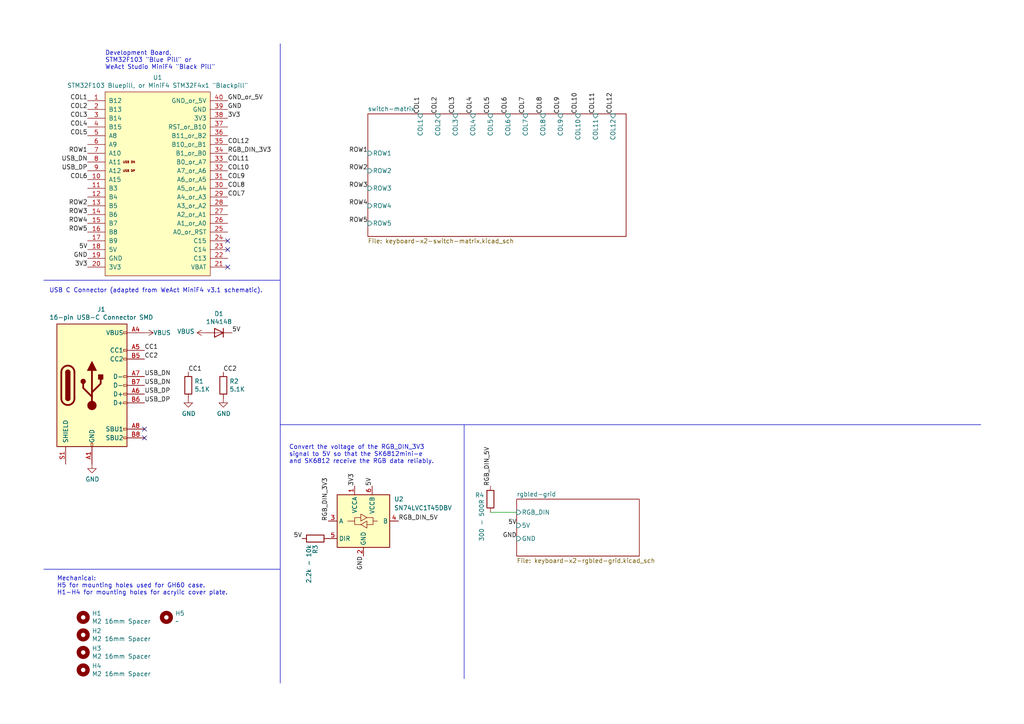
<source format=kicad_sch>
(kicad_sch (version 20250114) (generator "eeschema") (generator_version "9.0")
  (paper "A4")
  (title_block (title "X-2, ARM-Devboard variant of peej's Lumberjack, Fancy") (date "2022-07-02") (rev "2022.1") (company "Richard Goulter (github.com/rgoulter)") (comment 1 "Feature: 4x WS2812B RGB LEDs.") (comment 2 "Feature: an External USB-C connector.") (comment 3 "Uses pads common to both the Bluepill devboard and the WeAct MiniF4.") (comment 4 "Keyboard PCB; 12x5 matrix."))
  (lib_symbols
    (symbol "Connector:USB_C_Receptacle_USB2.0" (pin_names (offset 1.016))
      (property "Reference" "J" (at -10.16 19.05 0))
      (property "Value" "USB_C_Receptacle_USB2.0" (at 19.05 19.05 0))
      (symbol "USB_C_Receptacle_USB2.0_0_0"
        (rectangle (start -0.254 -17.78) (end 0.254 -16.764))
        (rectangle (start 10.16 15.494) (end 9.144 14.986))
        (rectangle (start 10.16 10.414) (end 9.144 9.906))
        (rectangle (start 10.16 7.874) (end 9.144 7.366))
        (rectangle (start 10.16 2.794) (end 9.144 2.286))
        (rectangle (start 10.16 0.254) (end 9.144 -0.254))
        (rectangle (start 10.16 -2.286) (end 9.144 -2.794))
        (rectangle (start 10.16 -4.826) (end 9.144 -5.334))
        (rectangle (start 10.16 -12.446) (end 9.144 -12.954))
        (rectangle (start 10.16 -14.986) (end 9.144 -15.494))
      )
      (symbol "USB_C_Receptacle_USB2.0_0_1"
        (rectangle (start -10.16 17.78) (end 10.16 -17.78) (stroke (width 0.254)) (fill (type background)))
        (polyline (pts (xy -8.89 -3.81) (xy -8.89 3.81)) (stroke (width 0.508)))
        (rectangle (start -7.62 -3.81) (end -6.35 3.81) (stroke (width 0.254)) (fill (type outline)))
        (arc (start -7.62 3.81) (mid -6.985 4.4423) (end -6.35 3.81) (stroke (width 0.254)))
        (arc (start -7.62 3.81) (mid -6.985 4.4423) (end -6.35 3.81) (stroke (width 0.254)) (fill (type outline)))
        (arc (start -8.89 3.81) (mid -6.985 5.7067) (end -5.08 3.81) (stroke (width 0.508)))
        (arc (start -5.08 -3.81) (mid -6.985 -5.7067) (end -8.89 -3.81) (stroke (width 0.508)))
        (arc (start -6.35 -3.81) (mid -6.985 -4.4423) (end -7.62 -3.81) (stroke (width 0.254)))
        (arc (start -6.35 -3.81) (mid -6.985 -4.4423) (end -7.62 -3.81) (stroke (width 0.254)) (fill (type outline)))
        (polyline (pts (xy -5.08 3.81) (xy -5.08 -3.81)) (stroke (width 0.508)))
        (circle (center -2.54 1.143) (radius 0.635) (stroke (width 0.254)) (fill (type outline)))
        (polyline (pts (xy -1.27 4.318) (xy 0 6.858) (xy 1.27 4.318) (xy -1.27 4.318)) (stroke (width 0.254)) (fill (type outline)))
        (polyline (pts (xy 0 -2.032) (xy 2.54 0.508) (xy 2.54 1.778)) (stroke (width 0.508)))
        (polyline (pts (xy 0 -3.302) (xy -2.54 -0.762) (xy -2.54 0.508)) (stroke (width 0.508)))
        (polyline (pts (xy 0 -5.842) (xy 0 4.318)) (stroke (width 0.508)))
        (circle (center 0 -5.842) (radius 1.27) (fill (type outline)))
        (rectangle (start 1.905 1.778) (end 3.175 3.048) (stroke (width 0.254)) (fill (type outline)))
      )
      (symbol "USB_C_Receptacle_USB2.0_1_1"
        (pin passive line (at -7.62 -22.86 90) (length 5.08) (name "SHIELD") (number "S1"))
        (pin passive line (at 0 -22.86 90) (length 5.08) (name "GND") (number "A1"))
        (pin passive line (at 0 -22.86 90) (length 5.08) (hide yes) (name "GND") (number "A12"))
        (pin passive line (at 0 -22.86 90) (length 5.08) (hide yes) (name "GND") (number "B1"))
        (pin passive line (at 0 -22.86 90) (length 5.08) (hide yes) (name "GND") (number "B12"))
        (pin passive line (at 15.24 15.24 180) (length 5.08) (name "VBUS") (number "A4"))
        (pin passive line (at 15.24 15.24 180) (length 5.08) (hide yes) (name "VBUS") (number "A9"))
        (pin passive line (at 15.24 15.24 180) (length 5.08) (hide yes) (name "VBUS") (number "B4"))
        (pin passive line (at 15.24 15.24 180) (length 5.08) (hide yes) (name "VBUS") (number "B9"))
        (pin bidirectional line (at 15.24 10.16 180) (length 5.08) (name "CC1") (number "A5"))
        (pin bidirectional line (at 15.24 7.62 180) (length 5.08) (name "CC2") (number "B5"))
        (pin bidirectional line (at 15.24 2.54 180) (length 5.08) (name "D-") (number "A7"))
        (pin bidirectional line (at 15.24 0 180) (length 5.08) (name "D-") (number "B7"))
        (pin bidirectional line (at 15.24 -2.54 180) (length 5.08) (name "D+") (number "A6"))
        (pin bidirectional line (at 15.24 -5.08 180) (length 5.08) (name "D+") (number "B6"))
        (pin bidirectional line (at 15.24 -12.7 180) (length 5.08) (name "SBU1") (number "A8"))
        (pin bidirectional line (at 15.24 -15.24 180) (length 5.08) (name "SBU2") (number "B8"))
      )
    )
    (symbol "Device:D" (pin_numbers (hide yes)) (pin_names (offset 1.016) (hide yes))
      (property "Reference" "D" (at 0 2.54 0))
      (property "Value" "D" (at 0 -2.54 0))
      (symbol "D_0_1"
        (polyline (pts (xy -1.27 1.27) (xy -1.27 -1.27)) (stroke (width 0.254)))
        (polyline (pts (xy 1.27 1.27) (xy 1.27 -1.27) (xy -1.27 0) (xy 1.27 1.27)) (stroke (width 0.254)))
        (polyline (pts (xy 1.27 0) (xy -1.27 0)))
      )
      (symbol "D_1_1"
        (pin passive line (at -3.81 0 0) (length 2.54) (name "K") (number "1"))
        (pin passive line (at 3.81 0 180) (length 2.54) (name "A") (number "2"))
      )
    )
    (symbol "Device:R" (pin_numbers (hide yes)) (pin_names (offset 0))
      (property "Reference" "R" (at 2.032 0 90))
      (property "Value" "R" (at 0 0 90))
      (symbol "R_0_1"
        (rectangle (start -1.016 -2.54) (end 1.016 2.54) (stroke (width 0.254)))
      )
      (symbol "R_1_1"
        (pin passive line (at 0 3.81 270) (length 1.27) (name "~") (number "1"))
        (pin passive line (at 0 -3.81 90) (length 1.27) (name "~") (number "2"))
      )
    )
    (symbol "Logic_LevelTranslator:SN74LVC1T45DBV"
      (property "Reference" "U" (at -6.35 8.89 0))
      (property "Value" "SN74LVC1T45DBV" (at 3.81 8.89 0))
      (symbol "SN74LVC1T45DBV_0_1"
        (rectangle (start -7.62 7.62) (end 7.62 -7.62) (stroke (width 0.254)) (fill (type background)))
        (polyline (pts (xy -2.54 0) (xy -2.54 1.016) (xy -0.762 1.016)))
        (polyline (pts (xy -0.762 0) (xy -0.762 2.032) (xy 1.016 1.016) (xy -0.762 0)))
        (polyline (pts (xy -0.762 -1.016) (xy -2.54 -1.016) (xy -2.54 0) (xy -4.572 0)))
        (polyline (pts (xy 1.016 1.016) (xy 2.794 1.016) (xy 2.794 0) (xy 4.064 0)))
        (polyline (pts (xy 1.016 0) (xy 1.016 -1.778) (xy 1.016 -2.032) (xy -0.762 -1.016) (xy 1.016 0)))
        (polyline (pts (xy 2.794 0) (xy 2.794 -1.016) (xy 1.016 -1.016)))
      )
      (symbol "SN74LVC1T45DBV_1_1"
        (pin bidirectional line (at -10.16 0 0) (length 2.54) (name "A") (number "3"))
        (pin input line (at -10.16 -5.08 0) (length 2.54) (name "DIR") (number "5"))
        (pin power_in line (at -2.54 10.16 270) (length 2.54) (name "VCCA") (number "1"))
        (pin power_in line (at 0 -10.16 90) (length 2.54) (name "GND") (number "2"))
        (pin power_in line (at 2.54 10.16 270) (length 2.54) (name "VCCB") (number "6"))
        (pin bidirectional line (at 10.16 0 180) (length 2.54) (name "B") (number "4"))
      )
    )
    (symbol "Mechanical:MountingHole" (pin_names (offset 1.016))
      (property "Reference" "H" (at 0 5.08 0))
      (property "Value" "MountingHole" (at 0 3.175 0))
      (symbol "MountingHole_0_1"
        (circle (center 0 0) (radius 1.27) (stroke (width 1.27)))
      )
    )
    (symbol "ProjectLocal:BluePill_or_MiniF4_DIP40" (pin_names (offset 1.016))
      (property "Reference" "U" (at -12.7 27.94 0))
      (property "Value" "BluePill_or_MiniF4_DIP40" (at -2.54 1.27 90))
      (symbol "BluePill_or_MiniF4_DIP40_0_0"
        (text "USB DN" (at -10.16 5.08 0) (effects (font (size 0.6096 0.6096)) (justify left)))
        (text "USB DP" (at -10.16 2.54 0) (effects (font (size 0.6096 0.6096)) (justify left)))
      )
      (symbol "BluePill_or_MiniF4_DIP40_0_1"
        (rectangle (start -15.24 25.4) (end 15.24 -27.94) (fill (type background)))
      )
      (symbol "BluePill_or_MiniF4_DIP40_1_1"
        (pin bidirectional line (at -20.32 22.86 0) (length 5.08) (name "B12") (number "1"))
        (pin bidirectional line (at -20.32 20.32 0) (length 5.08) (name "B13") (number "2"))
        (pin bidirectional line (at -20.32 17.78 0) (length 5.08) (name "B14") (number "3"))
        (pin bidirectional line (at -20.32 15.24 0) (length 5.08) (name "B15") (number "4"))
        (pin bidirectional line (at -20.32 12.7 0) (length 5.08) (name "A8") (number "5"))
        (pin bidirectional line (at -20.32 10.16 0) (length 5.08) (name "A9") (number "6"))
        (pin bidirectional line (at -20.32 7.62 0) (length 5.08) (name "A10") (number "7"))
        (pin bidirectional line (at -20.32 5.08 0) (length 5.08) (name "A11") (number "8"))
        (pin bidirectional line (at -20.32 2.54 0) (length 5.08) (name "A12") (number "9"))
        (pin bidirectional line (at -20.32 0 0) (length 5.08) (name "A15") (number "10"))
        (pin bidirectional line (at -20.32 -2.54 0) (length 5.08) (name "B3") (number "11"))
        (pin bidirectional line (at -20.32 -5.08 0) (length 5.08) (name "B4") (number "12"))
        (pin bidirectional line (at -20.32 -7.62 0) (length 5.08) (name "B5") (number "13"))
        (pin bidirectional line (at -20.32 -10.16 0) (length 5.08) (name "B6") (number "14"))
        (pin bidirectional line (at -20.32 -12.7 0) (length 5.08) (name "B7") (number "15"))
        (pin bidirectional line (at -20.32 -15.24 0) (length 5.08) (name "B8") (number "16"))
        (pin bidirectional line (at -20.32 -17.78 0) (length 5.08) (name "B9") (number "17"))
        (pin power_out line (at -20.32 -20.32 0) (length 5.08) (name "5V") (number "18"))
        (pin power_out line (at -20.32 -22.86 0) (length 5.08) (name "GND") (number "19"))
        (pin power_out line (at -20.32 -25.4 0) (length 5.08) (name "3V3") (number "20"))
        (pin power_out line (at 20.32 22.86 180) (length 5.08) (name "GND_or_5V") (number "40"))
        (pin power_out line (at 20.32 20.32 180) (length 5.08) (name "GND") (number "39"))
        (pin power_out line (at 20.32 17.78 180) (length 5.08) (name "3V3") (number "38"))
        (pin bidirectional line (at 20.32 15.24 180) (length 5.08) (name "RST_or_B10") (number "37"))
        (pin bidirectional line (at 20.32 12.7 180) (length 5.08) (name "B11_or_B2") (number "36"))
        (pin bidirectional line (at 20.32 10.16 180) (length 5.08) (name "B10_or_B1") (number "35"))
        (pin bidirectional line (at 20.32 7.62 180) (length 5.08) (name "B1_or_B0") (number "34"))
        (pin bidirectional line (at 20.32 5.08 180) (length 5.08) (name "B0_or_A7") (number "33"))
        (pin bidirectional line (at 20.32 2.54 180) (length 5.08) (name "A7_or_A6") (number "32"))
        (pin bidirectional line (at 20.32 0 180) (length 5.08) (name "A6_or_A5") (number "31"))
        (pin bidirectional line (at 20.32 -2.54 180) (length 5.08) (name "A5_or_A4") (number "30"))
        (pin bidirectional line (at 20.32 -5.08 180) (length 5.08) (name "A4_or_A3") (number "29"))
        (pin bidirectional line (at 20.32 -7.62 180) (length 5.08) (name "A3_or_A2") (number "28"))
        (pin bidirectional line (at 20.32 -10.16 180) (length 5.08) (name "A2_or_A1") (number "27"))
        (pin bidirectional line (at 20.32 -12.7 180) (length 5.08) (name "A1_or_A0") (number "26"))
        (pin input line (at 20.32 -15.24 180) (length 5.08) (name "A0_or_RST") (number "25"))
        (pin bidirectional line (at 20.32 -17.78 180) (length 5.08) (name "C15") (number "24"))
        (pin bidirectional line (at 20.32 -20.32 180) (length 5.08) (name "C14") (number "23"))
        (pin bidirectional line (at 20.32 -22.86 180) (length 5.08) (name "C13") (number "22"))
        (pin power_out line (at 20.32 -25.4 180) (length 5.08) (name "VBAT") (number "21"))
      )
    )
    (symbol "power:GND" (power) (pin_names (offset 0))
      (property "Value" "GND" (at 0 -3.81 0))
      (symbol "GND_0_1"
        (polyline (pts (xy 0 0) (xy 0 -1.27) (xy 1.27 -1.27) (xy 0 -2.54) (xy -1.27 -1.27) (xy 0 -1.27)))
      )
      (symbol "GND_1_1"
        (pin power_in line (at 0 0 270) (length 0) (hide yes) (name "GND") (number "1"))
      )
    )
    (symbol "power:VBUS" (power) (pin_names (offset 0))
      (property "Value" "VBUS" (at 0 3.81 0))
      (symbol "VBUS_0_1"
        (polyline (pts (xy -0.762 1.27) (xy 0 2.54)))
        (polyline (pts (xy 0 2.54) (xy 0.762 1.27)))
        (polyline (pts (xy 0 0) (xy 0 2.54)))
      )
      (symbol "VBUS_1_1"
        (pin power_in line (at 0 0 90) (length 0) (hide yes) (name "VBUS") (number "1"))
      )
    )
  )
  (text "USB C Connector (adapted from WeAct MiniF4 v3.1 schematic)." (at 76.2 85.09 0) (effects (font (size 1.27 1.27)) (justify right bottom)))
  (text "Convert the voltage of the RGB_DIN_3V3\nsignal to 5V so that the SK6812mini-e\nand SK6812 receive the RGB data reliably." (at 83.82 134.62 0) (effects (font (size 1.27 1.27)) (justify left bottom)))
  (text "Development Board,\nSTM32F103 \"Blue Pill\" or\nWeAct Studio MiniF4 \"Black Pill\"" (at 30.48 20.32 0) (effects (font (size 1.27 1.27)) (justify left bottom)))
  (text "Mechanical:\nH5 for mounting holes used for GH60 case.\nH1-H4 for mounting holes for acrylic cover plate." (at 16.51 172.72 0) (effects (font (size 1.27 1.27)) (justify left bottom)))
  (no_connect (at 66.04 77.47))
  (no_connect (at 41.91 124.46))
  (no_connect (at 66.04 69.85))
  (no_connect (at 41.91 127))
  (no_connect (at 66.04 72.39))
  (polyline (pts (xy 81.28 165.1) (xy 12.7 165.1)))
  (polyline (pts (xy 81.28 81.28) (xy 12.7 81.28)))
  (polyline (pts (xy 134.62 123.19) (xy 134.62 196.85)))
  (polyline (pts (xy 81.28 12.7) (xy 81.28 198.12)))
  (polyline (pts (xy 81.28 123.19) (xy 284.48 123.19)))
  (wire (pts (xy 142.24 148.59) (xy 149.86 148.59)))
  (label "COL11" (at 172.72 33.02 90))
  (label "USB_DP" (at 41.91 116.84 0))
  (label "GND" (at 25.4 74.93 180))
  (label "5V" (at 149.86 152.4 180))
  (label "RGB_DIN_5V" (at 115.57 151.13 0))
  (label "COL6" (at 147.32 33.02 90))
  (label "GND" (at 149.86 156.21 180))
  (label "CC2" (at 64.77 107.95 0))
  (label "COL1" (at 121.92 33.02 90))
  (label "COL4" (at 137.16 33.02 90))
  (label "COL7" (at 152.4 33.02 90))
  (label "GND" (at 66.04 31.75 0))
  (label "CC1" (at 41.91 101.6 0))
  (label "RGB_DIN_3V3" (at 66.04 44.45 0))
  (label "ROW5" (at 25.4 67.31 180))
  (label "USB_DN" (at 25.4 46.99 180))
  (label "ROW3" (at 25.4 62.23 180))
  (label "ROW3" (at 106.68 54.61 180))
  (label "ROW1" (at 106.68 44.45 180))
  (label "3V3" (at 25.4 77.47 180))
  (label "ROW4" (at 106.68 59.69 180))
  (label "5V" (at 25.4 72.39 180))
  (label "5V" (at 67.31 96.52 0))
  (label "COL1" (at 25.4 29.21 180))
  (label "RGB_DIN_3V3" (at 95.25 151.13 90))
  (label "USB_DP" (at 25.4 49.53 180))
  (label "RGB_DIN_5V" (at 142.24 140.97 90))
  (label "COL5" (at 142.24 33.02 90))
  (label "ROW2" (at 25.4 59.69 180))
  (label "COL7" (at 66.04 57.15 0))
  (label "COL10" (at 66.04 49.53 0))
  (label "COL4" (at 25.4 36.83 180))
  (label "5V" (at 107.95 140.97 90))
  (label "COL3" (at 132.08 33.02 90))
  (label "ROW2" (at 106.68 49.53 180))
  (label "USB_DN" (at 41.91 109.22 0))
  (label "USB_DN" (at 41.91 111.76 0))
  (label "CC2" (at 41.91 104.14 0))
  (label "ROW1" (at 25.4 44.45 180))
  (label "CC1" (at 54.61 107.95 0))
  (label "ROW5" (at 106.68 64.77 180))
  (label "COL9" (at 66.04 52.07 0))
  (label "COL2" (at 25.4 31.75 180))
  (label "3V3" (at 102.87 140.97 90))
  (label "5V" (at 87.63 156.21 180))
  (label "COL12" (at 66.04 41.91 0))
  (label "COL6" (at 25.4 52.07 180))
  (label "COL2" (at 127 33.02 90))
  (label "ROW4" (at 25.4 64.77 180))
  (label "COL8" (at 157.48 33.02 90))
  (label "COL3" (at 25.4 34.29 180))
  (label "3V3" (at 66.04 34.29 0))
  (label "COL12" (at 177.8 33.02 90))
  (label "USB_DP" (at 41.91 114.3 0))
  (label "COL5" (at 25.4 39.37 180))
  (label "COL8" (at 66.04 54.61 0))
  (label "COL9" (at 162.56 33.02 90))
  (label "GND_or_5V" (at 66.04 29.21 0))
  (label "GND" (at 105.41 161.29 270))
  (label "COL10" (at 167.64 33.02 90))
  (label "COL11" (at 66.04 46.99 0))
  (symbol (lib_id "Mechanical:MountingHole") (at 24.13 179.07 0) (unit 1)
    (property "Reference" "H1" (at 26.67 177.9016 0) (effects (justify left)))
    (property "Value" "M2 16mm Spacer" (at 26.67 180.213 0) (effects (justify left)))
    (property "Footprint" "MountingHole:MountingHole_2.2mm_M2_DIN965_Pad" (effects (hide yes)))
    (property "Description" "Acrylic Cover Mounting Hole" (effects (hide yes)))
  )
  (symbol (lib_id "Mechanical:MountingHole") (at 24.13 184.15 0) (unit 1)
    (property "Reference" "H2" (at 26.67 182.9816 0) (effects (justify left)))
    (property "Value" "M2 16mm Spacer" (at 26.67 185.293 0) (effects (justify left)))
    (property "Footprint" "MountingHole:MountingHole_2.2mm_M2_DIN965_Pad" (effects (hide yes)))
    (property "Description" "Acrylic Cover Mounting Hole" (effects (hide yes)))
  )
  (symbol (lib_id "Mechanical:MountingHole") (at 24.13 189.23 0) (unit 1)
    (property "Reference" "H3" (at 26.67 188.0616 0) (effects (justify left)))
    (property "Value" "M2 16mm Spacer" (at 26.67 190.373 0) (effects (justify left)))
    (property "Footprint" "MountingHole:MountingHole_2.2mm_M2_DIN965_Pad" (effects (hide yes)))
    (property "Description" "Acrylic Cover Mounting Hole" (effects (hide yes)))
  )
  (symbol (lib_id "Mechanical:MountingHole") (at 24.13 194.31 0) (unit 1)
    (property "Reference" "H4" (at 26.67 193.1416 0) (effects (justify left)))
    (property "Value" "M2 16mm Spacer" (at 26.67 195.453 0) (effects (justify left)))
    (property "Footprint" "MountingHole:MountingHole_2.2mm_M2_DIN965_Pad" (effects (hide yes)))
    (property "Description" "Acrylic Cover Mounting Hole" (effects (hide yes)))
  )
  (symbol (lib_id "Mechanical:MountingHole") (at 48.26 179.07 0) (unit 1)
    (property "Reference" "H5" (at 50.8 177.9016 0) (effects (justify left)))
    (property "Value" "~" (at 50.8 180.213 0) (effects (justify left)))
    (property "Footprint" "ProjectLocal:H_M2_GH60_MountingHole" (effects (hide yes)))
    (property "Description" "GH-60 Case Mounting Hole" (effects (hide yes)))
  )
  (symbol (lib_id "Logic_LevelTranslator:SN74LVC1T45DBV") (at 105.41 151.13 0) (unit 1)
    (property "Reference" "U2" (at 114.3 144.78 0) (effects (justify left)))
    (property "Value" "SN74LVC1T45DBV" (at 114.3 147.32 0) (effects (justify left)))
    (property "Footprint" "Package_TO_SOT_SMD:SOT-23-6_Handsoldering" (effects (hide yes)))
    (property "Datasheet" "http://www.ti.com/lit/ds/symlink/sn74lvc1t45.pdf" (effects (hide yes)))
    (property "Description" "Logic Level Shifter" (effects (hide yes)))
  )
  (symbol (lib_id "Device:R") (at 91.44 156.21 270) (unit 1)
    (property "Reference" "R3" (at 91.44 157.988 0) (effects (justify left)))
    (property "Value" "2.2k - 10k" (at 90.297 157.988 0) (effects (justify left top)))
    (property "Footprint" "ProjectLocal:Resistor-Hybrid" (effects (hide yes)))
    (property "Description" "Resistor (1/4W through-hole, or 0805)" (effects (hide yes)))
  )
  (symbol (lib_id "Device:R") (at 142.24 144.78 0) (unit 1)
    (property "Reference" "R4" (at 140.462 143.6116 0) (effects (justify right)))
    (property "Value" "300 - 500R" (at 139.7 144.78 90) (effects (justify right)))
    (property "Footprint" "ProjectLocal:Resistor-Hybrid" (effects (hide yes)))
    (property "Description" "Resistor (1/4W through-hole, or 0805)" (effects (hide yes)))
  )
  (symbol (lib_id "ProjectLocal:BluePill_or_MiniF4_DIP40") (at 45.72 52.07 0) (unit 1)
    (property "Reference" "U1" (at 45.72 22.479 0))
    (property "Value" "STM32F103 Bluepill, or MiniF4 STM32F4x1 \"Blackpill\"" (at 45.72 24.7904 0))
    (property "Footprint" "Package_DIP:DIP-40_W15.24mm_Socket" (effects (hide yes)))
    (property "Description" "DIP-40 STM32 Development Board" (effects (hide yes)))
    (property "Comment" "Ideally, use a DIP-40 socket with round pins, or cut down a SIP header with round pins" (effects (hide yes)))
  )
  (symbol (lib_id "Connector:USB_C_Receptacle_USB2.0") (at 26.67 111.76 0) (unit 1)
    (property "Reference" "J1" (at 29.3878 89.7382 0))
    (property "Value" "16-pin USB-C Connector SMD" (at 29.3878 92.0496 0))
    (property "Footprint" "Connector_USB:USB_C_Receptacle_XKB_U262-16XN-4BVC11" (effects (hide yes)))
    (property "Datasheet" "https://www.usb.org/sites/default/files/documents/usb_type-c.zip" (effects (hide yes)))
    (property "Description" "USB-C Connector" (effects (hide yes)))
  )
  (symbol (lib_id "Device:D") (at 63.5 96.52 180) (unit 1)
    (property "Reference" "D1" (at 63.5 91.0082 0))
    (property "Value" "1N4148" (at 63.5 93.3196 0))
    (property "Footprint" "Keebio-Parts:Diode-dual" (effects (hide yes)))
    (property "Description" "Diode (Through-hole or 0805)" (effects (hide yes)))
  )
  (symbol (lib_id "Device:R") (at 54.61 111.76 0) (unit 1)
    (property "Reference" "R1" (at 56.388 110.5916 0) (effects (justify left)))
    (property "Value" "5.1K" (at 56.388 112.903 0) (effects (justify left)))
    (property "Footprint" "ProjectLocal:Resistor-Hybrid" (effects (hide yes)))
    (property "Description" "Resistor (1/4W through-hole, or 0805)" (effects (hide yes)))
  )
  (symbol (lib_id "Device:R") (at 64.77 111.76 0) (unit 1)
    (property "Reference" "R2" (at 66.548 110.5916 0) (effects (justify left)))
    (property "Value" "5.1K" (at 66.548 112.903 0) (effects (justify left)))
    (property "Footprint" "ProjectLocal:Resistor-Hybrid" (effects (hide yes)))
    (property "Description" "Resistor (1/4W through-hole, or 0805)" (effects (hide yes)))
  )
  (symbol (lib_id "power:GND") (at 26.67 134.62 0) (unit 1)
    (property "Reference" "#PWR0101" (effects (hide yes)))
    (property "Value" "GND" (at 26.797 139.0142 0))
  )
  (symbol (lib_id "power:VBUS") (at 41.91 96.52 270) (unit 1)
    (property "Reference" "#PWR0102" (effects (hide yes)))
    (property "Value" "VBUS" (at 46.99 96.52 90))
  )
  (symbol (lib_id "power:VBUS") (at 59.69 96.52 90) (unit 1)
    (property "Reference" "#PWR0103" (effects (hide yes)))
    (property "Value" "VBUS" (at 56.4642 96.139 90) (effects (justify left)))
  )
  (symbol (lib_id "power:GND") (at 54.61 115.57 0) (unit 1)
    (property "Reference" "#PWR0104" (effects (hide yes)))
    (property "Value" "GND" (at 54.737 119.9642 0))
  )
  (symbol (lib_id "power:GND") (at 64.77 115.57 0) (unit 1)
    (property "Reference" "#PWR0105" (effects (hide yes)))
    (property "Value" "GND" (at 64.897 119.9642 0))
  )
  (sheet (at 149.86 144.78) (size 35.56 16.51) (stroke (width 0.1524))
    (property "Sheetname" "rgbled-grid" (at 149.86 144.0684 0) (effects (justify left bottom)))
    (property "Sheetfile" "keyboard-x2-rgbled-grid.kicad_sch" (at 149.86 161.8746 0) (effects (justify left top)))
    (pin "RGB_DIN" input (at 149.86 148.59 180))
    (pin "5V" input (at 149.86 152.4 180))
    (pin "GND" input (at 149.86 156.21 180))
  )
  (sheet (at 106.68 33.02) (size 74.93 35.56) (stroke (width 0.1524))
    (property "Sheetname" "switch-matrix" (at 106.68 32.3084 0) (effects (justify left bottom)))
    (property "Sheetfile" "keyboard-x2-switch-matrix.kicad_sch" (at 106.68 69.1646 0) (effects (justify left top)))
    (pin "COL1" input (at 121.92 33.02 90))
    (pin "ROW1" input (at 106.68 44.45 180))
    (pin "COL5" input (at 142.24 33.02 90))
    (pin "COL4" input (at 137.16 33.02 90))
    (pin "COL7" input (at 152.4 33.02 90))
    (pin "COL6" input (at 147.32 33.02 90))
    (pin "COL2" input (at 127 33.02 90))
    (pin "COL3" input (at 132.08 33.02 90))
    (pin "ROW3" input (at 106.68 54.61 180))
    (pin "ROW4" input (at 106.68 59.69 180))
    (pin "ROW5" input (at 106.68 64.77 180))
    (pin "ROW2" input (at 106.68 49.53 180))
    (pin "COL9" input (at 162.56 33.02 90))
    (pin "COL8" input (at 157.48 33.02 90))
    (pin "COL11" input (at 172.72 33.02 90))
    (pin "COL10" input (at 167.64 33.02 90))
    (pin "COL12" input (at 177.8 33.02 90))
  )
)
</source>
